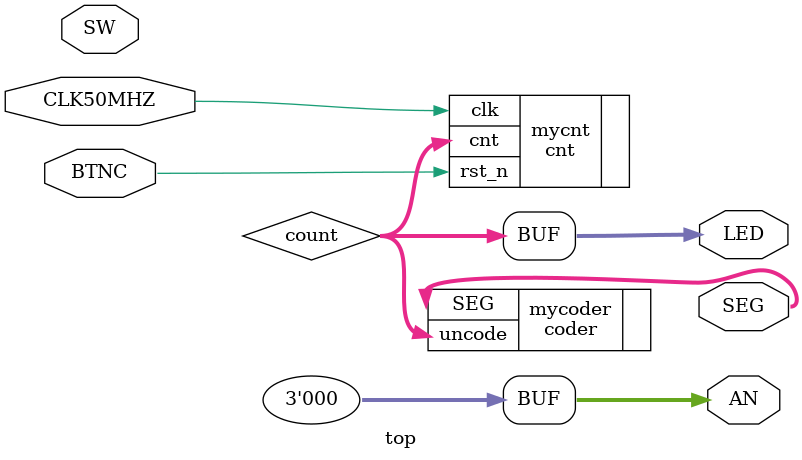
<source format=v>
`timescale 1ns / 1ps


module top(
input [3:0] SW,
input CLK50MHZ,
input BTNC,
output [3:0] LED,
output [7:0] SEG,
output [2:0] AN
    );
    wire  [3:0] count;
    cnt mycnt(
    .clk (CLK50MHZ),
    .rst_n (BTNC),
    .cnt (count)
    );
    assign AN[2:0]=3'b000;
    assign LED[3:0]=count[3:0];
    coder mycoder(
    .uncode (count),
    .SEG (SEG)
    );
    /*coder mycoder2(
        .uncode (SW),
        .SEG (SEG)
        );*/
endmodule
</source>
